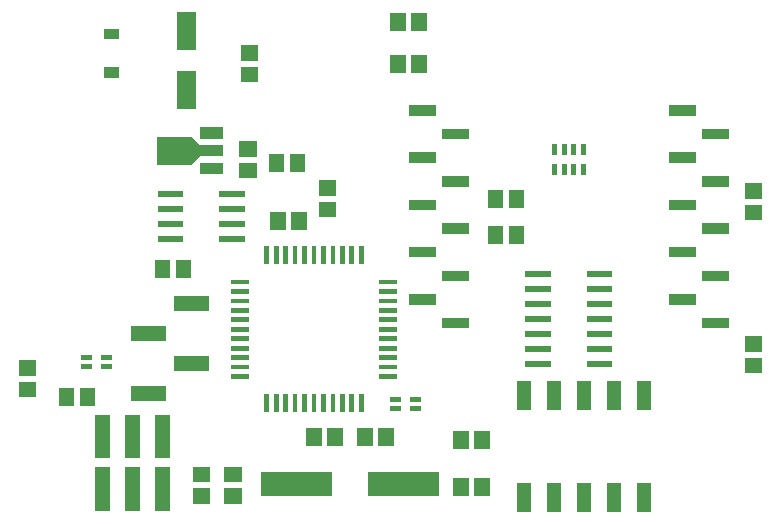
<source format=gbr>
G04 start of page 10 for group -4015 idx -4015 *
G04 Title: (unknown), toppaste *
G04 Creator: pcb 20140316 *
G04 CreationDate: Thu 27 Apr 2017 04:48:59 AM GMT UTC *
G04 For: railfan *
G04 Format: Gerber/RS-274X *
G04 PCB-Dimensions (mil): 2650.00 1750.00 *
G04 PCB-Coordinate-Origin: lower left *
%MOIN*%
%FSLAX25Y25*%
%LNTOPPASTE*%
%ADD102R,0.0440X0.0440*%
%ADD101R,0.0500X0.0500*%
%ADD100R,0.0350X0.0350*%
%ADD99R,0.0167X0.0167*%
%ADD98R,0.0787X0.0787*%
%ADD97C,0.0001*%
%ADD96R,0.0945X0.0945*%
%ADD95R,0.0378X0.0378*%
%ADD94R,0.0200X0.0200*%
%ADD93R,0.0157X0.0157*%
%ADD92R,0.0512X0.0512*%
%ADD91R,0.0630X0.0630*%
%ADD90R,0.0360X0.0360*%
G54D90*X41900Y160900D02*X43100D01*
X41900Y148000D02*X43100D01*
G54D91*X67500Y164992D02*Y158693D01*
Y145307D02*Y139008D01*
G54D92*X97957Y98893D02*Y98107D01*
X105043Y98893D02*Y98107D01*
G54D93*X94252Y40028D02*Y35602D01*
X97401Y40028D02*Y35602D01*
X100551Y40028D02*Y35602D01*
X103700Y40028D02*Y35602D01*
X106850Y40028D02*Y35602D01*
X110000Y40028D02*Y35602D01*
X113149Y40028D02*Y35602D01*
X116299Y40028D02*Y35602D01*
X119448Y40028D02*Y35602D01*
X122598Y40028D02*Y35602D01*
X125748Y40028D02*Y35602D01*
X132472Y46752D02*X136898D01*
X132472Y49901D02*X136898D01*
X132472Y53051D02*X136898D01*
X132472Y56200D02*X136898D01*
X132472Y59350D02*X136898D01*
X132472Y62500D02*X136898D01*
X132472Y65649D02*X136898D01*
X132472Y68799D02*X136898D01*
X132472Y71948D02*X136898D01*
X132472Y75098D02*X136898D01*
X132472Y78248D02*X136898D01*
X125748Y89398D02*Y84972D01*
X122599Y89398D02*Y84972D01*
X119449Y89398D02*Y84972D01*
X116300Y89398D02*Y84972D01*
X113150Y89398D02*Y84972D01*
X110000Y89398D02*Y84972D01*
X106851Y89398D02*Y84972D01*
X103701Y89398D02*Y84972D01*
X100552Y89398D02*Y84972D01*
X97402Y89398D02*Y84972D01*
X94252Y89398D02*Y84972D01*
X83102Y78248D02*X87528D01*
X83102Y75099D02*X87528D01*
X83102Y71949D02*X87528D01*
X83102Y68800D02*X87528D01*
X83102Y65650D02*X87528D01*
X83102Y62500D02*X87528D01*
X83102Y59351D02*X87528D01*
X83102Y56201D02*X87528D01*
X83102Y53052D02*X87528D01*
X83102Y49902D02*X87528D01*
X83102Y46752D02*X87528D01*
G54D94*X79500Y92500D02*X86000D01*
X79500Y97500D02*X86000D01*
X79500Y102500D02*X86000D01*
X79500Y107500D02*X86000D01*
X59000D02*X65500D01*
X59000Y102500D02*X65500D01*
X59000Y97500D02*X65500D01*
X59000Y92500D02*X65500D01*
G54D95*X73811Y116094D02*X77905D01*
X66095Y122000D02*X77905D01*
G54D96*X62471D02*X64361D01*
G54D97*G36*
X67666Y118695D02*X70506Y121535D01*
X71926Y120115D01*
X69086Y117275D01*
X67666Y118695D01*
G37*
G36*
X69086Y126725D02*X71926Y123885D01*
X70506Y122465D01*
X67666Y125305D01*
X69086Y126725D01*
G37*
G54D95*X73811Y127906D02*X77905D01*
G54D92*X88107Y154543D02*X88893D01*
X88107Y147457D02*X88893D01*
X104543Y118393D02*Y117607D01*
X97457Y118393D02*Y117607D01*
X87607Y115457D02*X88393D01*
X87607Y122543D02*X88393D01*
X66543Y82893D02*Y82107D01*
X59457Y82893D02*Y82107D01*
X72107Y6957D02*X72893D01*
X72107Y14043D02*X72893D01*
X145043Y165393D02*Y164607D01*
X137957Y165393D02*Y164607D01*
Y151393D02*Y150607D01*
X145043Y151393D02*Y150607D01*
X82607Y6957D02*X83393D01*
X82607Y14043D02*X83393D01*
X27457Y40393D02*Y39607D01*
X34543Y40393D02*Y39607D01*
G54D98*X131843Y11000D02*X147591D01*
X96409D02*X112157D01*
G54D92*X134043Y26893D02*Y26107D01*
X126957Y26893D02*Y26107D01*
X109957Y26893D02*Y26107D01*
X117043Y26893D02*Y26107D01*
X170457Y106393D02*Y105607D01*
X177543Y106393D02*Y105607D01*
X170457Y94393D02*Y93607D01*
X177543Y94393D02*Y93607D01*
G54D94*X202000Y51000D02*X208500D01*
X202000Y56000D02*X208500D01*
X202000Y61000D02*X208500D01*
X202000Y66000D02*X208500D01*
X202000Y71000D02*X208500D01*
X202000Y76000D02*X208500D01*
X202000Y81000D02*X208500D01*
X181500D02*X188000D01*
X181500Y76000D02*X188000D01*
X181500Y71000D02*X188000D01*
X181500Y66000D02*X188000D01*
X181500Y61000D02*X188000D01*
X181500Y56000D02*X188000D01*
X181500Y51000D02*X188000D01*
G54D99*X190276Y116587D02*Y114717D01*
X193425Y116587D02*Y114717D01*
X196575Y116587D02*Y114717D01*
X199724Y116587D02*Y114717D01*
Y123283D02*Y121413D01*
X196575Y123283D02*Y121413D01*
X193425Y123283D02*Y121413D01*
X190276Y123283D02*Y121413D01*
X33217Y53075D02*X35087D01*
X33217Y49925D02*X35087D01*
X39913D02*X41783D01*
X39913Y53075D02*X41783D01*
X136217Y39075D02*X138087D01*
X136217Y35925D02*X138087D01*
X142913D02*X144783D01*
X142913Y39075D02*X144783D01*
G54D92*X14107Y49543D02*X14893D01*
X14107Y42457D02*X14893D01*
G54D100*X143445Y135433D02*X148957D01*
X143445Y119685D02*X148957D01*
X143445Y103937D02*X148957D01*
X143445Y88189D02*X148957D01*
X143445Y72441D02*X148957D01*
X154429Y64567D02*X159941D01*
X154429Y80315D02*X159941D01*
X154429Y96063D02*X159941D01*
X154429Y111811D02*X159941D01*
X154429Y127559D02*X159941D01*
X230059Y135433D02*X235571D01*
X230059Y119685D02*X235571D01*
X230059Y103937D02*X235571D01*
X230059Y88189D02*X235571D01*
X230059Y72441D02*X235571D01*
X241043Y64567D02*X246555D01*
X241043Y80315D02*X246555D01*
X241043Y96063D02*X246555D01*
X241043Y111811D02*X246555D01*
X241043Y127559D02*X246555D01*
G54D101*X65760Y71000D02*X72413D01*
X51587Y61000D02*X58240D01*
X65760Y51000D02*X72413D01*
X51587Y41000D02*X58240D01*
X39500Y14004D02*Y4516D01*
X49500Y14004D02*Y4516D01*
X59500Y14004D02*Y4516D01*
Y31484D02*Y21996D01*
X49500Y31484D02*Y21996D01*
X39500Y31484D02*Y21996D01*
G54D92*X256107Y50457D02*X256893D01*
X256107Y57543D02*X256893D01*
X256107Y101457D02*X256893D01*
X256107Y108543D02*X256893D01*
G54D102*X220000Y43050D02*Y37850D01*
Y9150D02*Y3950D01*
X210000Y43050D02*Y37850D01*
Y9150D02*Y3950D01*
X200000Y43050D02*Y37850D01*
Y9150D02*Y3950D01*
X190000Y43050D02*Y37850D01*
Y9150D02*Y3950D01*
X180000Y43050D02*Y37850D01*
Y9150D02*Y3950D01*
G54D92*X158957Y25893D02*Y25107D01*
X166043Y25893D02*Y25107D01*
X158957Y10393D02*Y9607D01*
X166043Y10393D02*Y9607D01*
X114107Y102457D02*X114893D01*
X114107Y109543D02*X114893D01*
M02*

</source>
